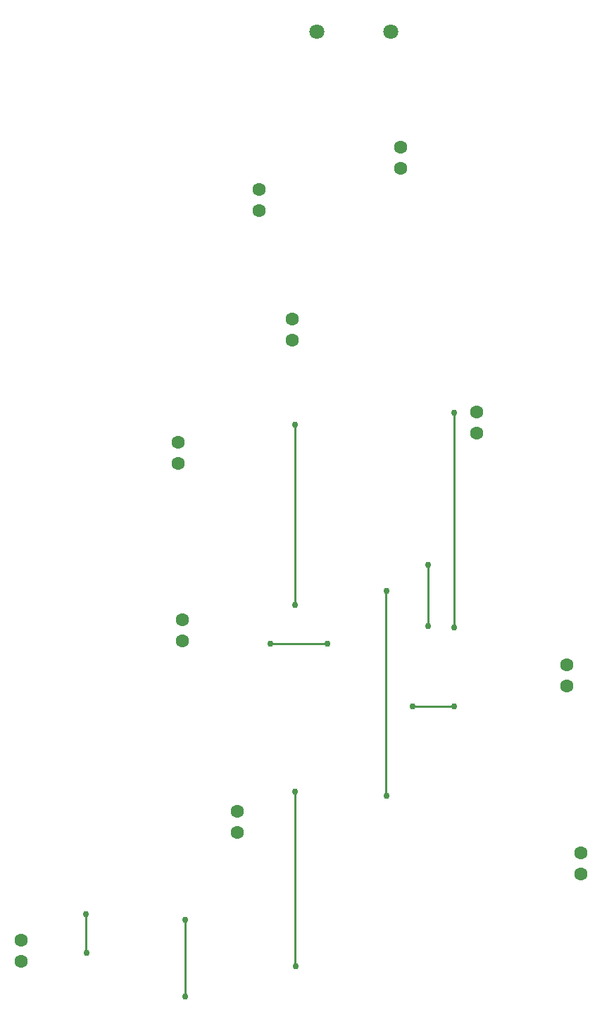
<source format=gbr>
G04 EAGLE Gerber RS-274X export*
G75*
%MOMM*%
%FSLAX34Y34*%
%LPD*%
%INTop Copper*%
%IPPOS*%
%AMOC8*
5,1,8,0,0,1.08239X$1,22.5*%
G01*
%ADD10C,1.800000*%
%ADD11C,1.600000*%
%ADD12C,0.756400*%
%ADD13C,0.254000*%


D10*
X470800Y1391500D03*
D11*
X286600Y454800D03*
X286600Y429400D03*
X214900Y898300D03*
X214900Y872900D03*
X220200Y685100D03*
X220200Y659700D03*
X352700Y1046500D03*
X352700Y1021100D03*
X682700Y605500D03*
X682700Y630900D03*
X482800Y1227900D03*
X482800Y1253300D03*
X312500Y1201800D03*
X312500Y1176400D03*
X699600Y379600D03*
X699600Y405000D03*
X26300Y299300D03*
X26300Y273900D03*
X574100Y909100D03*
X574100Y934500D03*
D10*
X381900Y1391500D03*
D12*
X104000Y331000D03*
D13*
X104000Y285000D01*
X105000Y284000D01*
D12*
X105000Y284000D03*
X516000Y677000D03*
D13*
X516000Y751000D01*
D12*
X516000Y751000D03*
X224000Y232000D03*
D13*
X224000Y324000D01*
D12*
X224000Y324000D03*
X395000Y656000D03*
X326000Y656000D03*
D13*
X395000Y656000D01*
D12*
X497000Y581000D03*
D13*
X547000Y581000D01*
D12*
X547000Y581000D03*
X356000Y919000D03*
D13*
X356000Y703000D01*
D12*
X356000Y703000D03*
X356000Y478000D03*
D13*
X356000Y269000D01*
X357000Y268000D01*
D12*
X357000Y268000D03*
X547000Y676000D03*
D13*
X547000Y934000D01*
D12*
X547000Y934000D03*
X466000Y720000D03*
D13*
X465000Y719000D01*
X465000Y474000D01*
X466000Y473000D01*
D12*
X466000Y473000D03*
M02*

</source>
